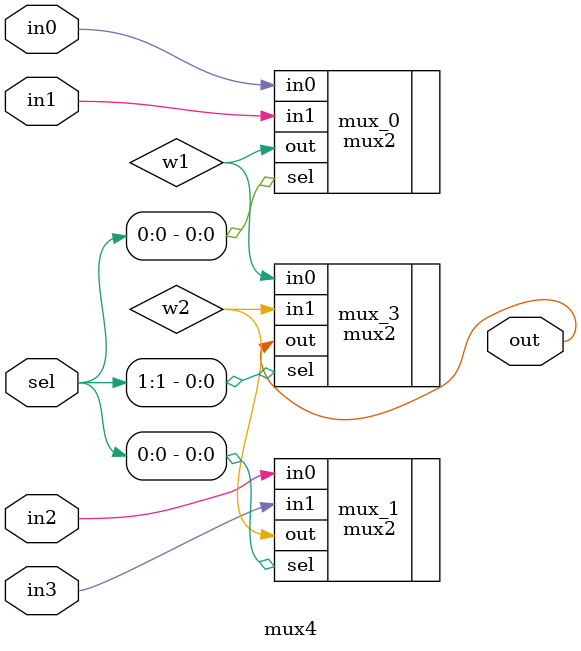
<source format=v>
`timescale 1ns / 1ps

module mux4(
    input in0,
    input in1,
    input in2,
    input in3,
    output out,
    input [1:0] sel
);

wire w1, w2;

mux2 mux_0(
    .in0(in0),
    .in1(in1),
    .sel(sel[0]),
    .out(w1)

);


mux2 mux_1(
    .in0(in2),
    .in1(in3),
    .sel(sel[0]),
    .out(w2)

);

mux2 mux_3(
    .in0(w1),
    .in1(w2),
    .sel(sel[1]),
    .out(out)

);
    
endmodule

</source>
